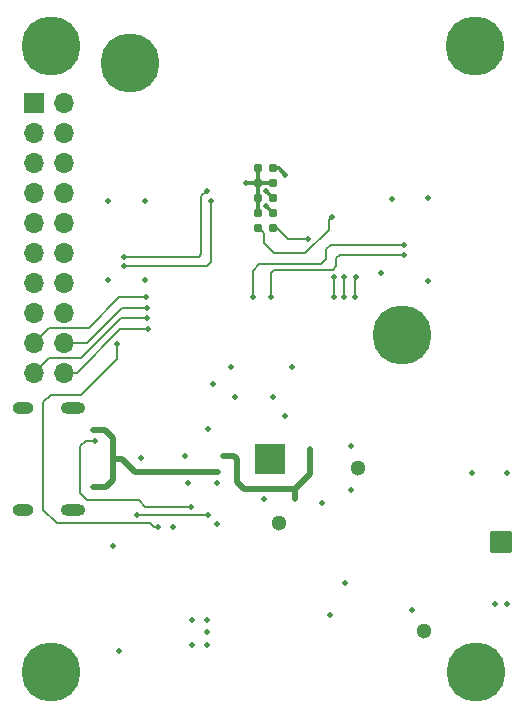
<source format=gbr>
%TF.GenerationSoftware,KiCad,Pcbnew,8.0.9-8.0.9-0~ubuntu24.04.1*%
%TF.CreationDate,2025-04-21T09:58:39+02:00*%
%TF.ProjectId,Sensor_Node_Base_V1.0,53656e73-6f72-45f4-9e6f-64655f426173,rev?*%
%TF.SameCoordinates,Original*%
%TF.FileFunction,Copper,L4,Bot*%
%TF.FilePolarity,Positive*%
%FSLAX46Y46*%
G04 Gerber Fmt 4.6, Leading zero omitted, Abs format (unit mm)*
G04 Created by KiCad (PCBNEW 8.0.9-8.0.9-0~ubuntu24.04.1) date 2025-04-21 09:58:39*
%MOMM*%
%LPD*%
G01*
G04 APERTURE LIST*
G04 Aperture macros list*
%AMRoundRect*
0 Rectangle with rounded corners*
0 $1 Rounding radius*
0 $2 $3 $4 $5 $6 $7 $8 $9 X,Y pos of 4 corners*
0 Add a 4 corners polygon primitive as box body*
4,1,4,$2,$3,$4,$5,$6,$7,$8,$9,$2,$3,0*
0 Add four circle primitives for the rounded corners*
1,1,$1+$1,$2,$3*
1,1,$1+$1,$4,$5*
1,1,$1+$1,$6,$7*
1,1,$1+$1,$8,$9*
0 Add four rect primitives between the rounded corners*
20,1,$1+$1,$2,$3,$4,$5,0*
20,1,$1+$1,$4,$5,$6,$7,0*
20,1,$1+$1,$6,$7,$8,$9,0*
20,1,$1+$1,$8,$9,$2,$3,0*%
G04 Aperture macros list end*
%TA.AperFunction,HeatsinkPad*%
%ADD10C,0.500000*%
%TD*%
%TA.AperFunction,HeatsinkPad*%
%ADD11R,2.500000X2.500000*%
%TD*%
%TA.AperFunction,ComponentPad*%
%ADD12R,1.700000X1.700000*%
%TD*%
%TA.AperFunction,ComponentPad*%
%ADD13O,1.700000X1.700000*%
%TD*%
%TA.AperFunction,ComponentPad*%
%ADD14C,0.800000*%
%TD*%
%TA.AperFunction,ComponentPad*%
%ADD15C,5.000000*%
%TD*%
%TA.AperFunction,ComponentPad*%
%ADD16O,2.100000X1.000000*%
%TD*%
%TA.AperFunction,ComponentPad*%
%ADD17O,1.800000X1.000000*%
%TD*%
%TA.AperFunction,ComponentPad*%
%ADD18C,1.300000*%
%TD*%
%TA.AperFunction,ComponentPad*%
%ADD19C,0.400000*%
%TD*%
%TA.AperFunction,SMDPad,CuDef*%
%ADD20RoundRect,0.054000X0.846000X0.846000X-0.846000X0.846000X-0.846000X-0.846000X0.846000X-0.846000X0*%
%TD*%
%TA.AperFunction,SMDPad,CuDef*%
%ADD21C,0.787400*%
%TD*%
%TA.AperFunction,ViaPad*%
%ADD22C,0.500000*%
%TD*%
%TA.AperFunction,Conductor*%
%ADD23C,0.300000*%
%TD*%
%TA.AperFunction,Conductor*%
%ADD24C,0.500000*%
%TD*%
%TA.AperFunction,Conductor*%
%ADD25C,0.200000*%
%TD*%
%TA.AperFunction,Conductor*%
%ADD26C,0.150000*%
%TD*%
G04 APERTURE END LIST*
D10*
%TO.P,IC302,33,AVSS*%
%TO.N,GND*%
X144680000Y-117810000D03*
X144680000Y-116810000D03*
X144680000Y-115810000D03*
X143680000Y-117810000D03*
X143680000Y-116810000D03*
D11*
X143680000Y-116810000D03*
D10*
X143680000Y-115810000D03*
X142680000Y-117810000D03*
X142680000Y-116810000D03*
X142680000Y-115810000D03*
%TD*%
D12*
%TO.P,J201,1,Pin_1*%
%TO.N,P1.08*%
X123700000Y-86610000D03*
D13*
%TO.P,J201,2,Pin_2*%
%TO.N,P0.30*%
X126240000Y-86610000D03*
%TO.P,J201,3,Pin_3*%
%TO.N,P0.28*%
X123700000Y-89150000D03*
%TO.P,J201,4,Pin_4*%
%TO.N,P0.03*%
X126240000Y-89150000D03*
%TO.P,J201,5,Pin_5*%
%TO.N,P1.14*%
X123700000Y-91690000D03*
%TO.P,J201,6,Pin_6*%
%TO.N,P1.12*%
X126240000Y-91690000D03*
%TO.P,J201,7,Pin_7*%
%TO.N,P1.11*%
X123700000Y-94230000D03*
%TO.P,J201,8,Pin_8*%
%TO.N,P0.10*%
X126240000Y-94230000D03*
%TO.P,J201,9,Pin_9*%
%TO.N,P1.10*%
X123700000Y-96770000D03*
%TO.P,J201,10,Pin_10*%
%TO.N,P1.13*%
X126240000Y-96770000D03*
%TO.P,J201,11,Pin_11*%
%TO.N,P1.15*%
X123700000Y-99310000D03*
%TO.P,J201,12,Pin_12*%
%TO.N,P0.29*%
X126240000Y-99310000D03*
%TO.P,J201,13,Pin_13*%
%TO.N,P0.31*%
X123700000Y-101850000D03*
%TO.P,J201,14,Pin_14*%
%TO.N,P0.00*%
X126240000Y-101850000D03*
%TO.P,J201,15,Pin_15*%
%TO.N,P0.01*%
X123700000Y-104390000D03*
%TO.P,J201,16,Pin_16*%
%TO.N,P0.26*%
X126240000Y-104390000D03*
%TO.P,J201,17,Pin_17*%
%TO.N,P0.11*%
X123700000Y-106930000D03*
%TO.P,J201,18,Pin_18*%
%TO.N,P0.27*%
X126240000Y-106930000D03*
%TO.P,J201,19,Pin_19*%
%TO.N,P0.05*%
X123700000Y-109470000D03*
%TO.P,J201,20,Pin_20*%
%TO.N,P0.06*%
X126240000Y-109470000D03*
%TD*%
D14*
%TO.P,MH103,1*%
%TO.N,GND*%
X159155000Y-81855825D03*
X159704175Y-80530000D03*
X159704175Y-83181650D03*
X161030000Y-79980825D03*
D15*
X161030000Y-81855825D03*
D14*
X161030000Y-83730825D03*
X162355825Y-80530000D03*
X162355825Y-83181650D03*
X162905000Y-81855825D03*
%TD*%
%TO.P,MH101,1*%
%TO.N,GND*%
X123245000Y-81865825D03*
X123794175Y-80540000D03*
X123794175Y-83191650D03*
X125120000Y-79990825D03*
D15*
X125120000Y-81865825D03*
D14*
X125120000Y-83740825D03*
X126445825Y-80540000D03*
X126445825Y-83191650D03*
X126995000Y-81865825D03*
%TD*%
D16*
%TO.P,CON101,S1,SHIELD*%
%TO.N,GND*%
X126950000Y-112460000D03*
D17*
X122750000Y-112460000D03*
D16*
X126950000Y-121100000D03*
D17*
X122750000Y-121100000D03*
%TD*%
D18*
%TO.P,TP309,1,1*%
%TO.N,/MCU/+1.8V_LS1*%
X144390000Y-122230000D03*
%TD*%
%TO.P,TP308,1,1*%
%TO.N,/MCU/+1.8V_VDD_nRF*%
X151130000Y-117560000D03*
%TD*%
D14*
%TO.P,MH102,1*%
%TO.N,GND*%
X159245000Y-134855825D03*
X159794175Y-133530000D03*
X159794175Y-136181650D03*
X161120000Y-132980825D03*
D15*
X161120000Y-134855825D03*
D14*
X161120000Y-136730825D03*
X162445825Y-133530000D03*
X162445825Y-136181650D03*
X162995000Y-134855825D03*
%TD*%
D19*
%TO.P,IC202,5,THPAD*%
%TO.N,unconnected-(IC202-THPAD-Pad5)_3*%
X163500000Y-123850000D03*
D20*
X163200000Y-123850000D03*
D19*
X162900000Y-123850000D03*
%TD*%
D18*
%TO.P,TP303,1,1*%
%TO.N,GND*%
X156710000Y-131380000D03*
%TD*%
D14*
%TO.P,M201,2,GND*%
%TO.N,GND*%
X129915000Y-83270000D03*
X130464175Y-81944175D03*
X130464175Y-84595825D03*
X131790000Y-81395000D03*
D15*
X131790000Y-83270000D03*
D14*
X131790000Y-85145000D03*
X133115825Y-81944175D03*
X133115825Y-84595825D03*
X133665000Y-83270000D03*
X152915000Y-106270000D03*
X153464175Y-104944175D03*
X153464175Y-107595825D03*
X154790000Y-104395000D03*
D15*
X154790000Y-106270000D03*
D14*
X154790000Y-108145000D03*
X156115825Y-104944175D03*
X156115825Y-107595825D03*
X156665000Y-106270000D03*
D21*
%TO.P,M201,61,VDD*%
%TO.N,/MCU/+1.8V_VDD_nRF*%
X143925000Y-92150000D03*
%TO.P,M201,62,GND*%
%TO.N,GND*%
X143925000Y-93420000D03*
%TO.P,M201,63,U_RX*%
%TO.N,NRF_UART_RX*%
X143925000Y-94690000D03*
%TO.P,M201,64,U_TX*%
%TO.N,NRF_UART_TX*%
X143925000Y-95960000D03*
%TO.P,M201,65,SWDIO*%
%TO.N,NRF_SWDIO*%
X143925000Y-97230000D03*
%TO.P,M201,66,SWCLK*%
%TO.N,NRF_SWCLK*%
X142655000Y-97230000D03*
%TO.P,M201,67,NC*%
%TO.N,GND*%
X142655000Y-95960000D03*
%TO.P,M201,68,NC*%
X142655000Y-94690000D03*
%TO.P,M201,69,GND*%
X142655000Y-93420000D03*
%TO.P,M201,70,GND*%
X142655000Y-92150000D03*
%TD*%
D14*
%TO.P,MH104,1*%
%TO.N,GND*%
X123245000Y-134855825D03*
X123794175Y-133530000D03*
X123794175Y-136181650D03*
X125120000Y-132980825D03*
D15*
X125120000Y-134855825D03*
D14*
X125120000Y-136730825D03*
X126445825Y-133530000D03*
X126445825Y-136181650D03*
X126995000Y-134855825D03*
%TD*%
D22*
%TO.N,/MCU/+1.8V_LS1*%
X160750000Y-118000000D03*
X162720000Y-129070000D03*
X163720000Y-118000000D03*
%TO.N,GND*%
X136480000Y-116560000D03*
X153950000Y-94820000D03*
X130330000Y-124120000D03*
X141640000Y-93410000D03*
X138320000Y-130400000D03*
X150480000Y-119460000D03*
X138320000Y-131460000D03*
X133030000Y-101620000D03*
X132700000Y-116750000D03*
X163680000Y-129060000D03*
X137090000Y-132560000D03*
X129950000Y-94910000D03*
X135430000Y-122530000D03*
X130840000Y-133040000D03*
X137090000Y-130400000D03*
X138420000Y-114280000D03*
X148730500Y-129985000D03*
X144890000Y-113190000D03*
X136750000Y-118860000D03*
X138320000Y-132560000D03*
X157030000Y-101760000D03*
X150480000Y-115660000D03*
X138850000Y-110450000D03*
X140680000Y-111570000D03*
%TO.N,/POWER/+5V_VBUSIN*%
X128670000Y-119180000D03*
X130320000Y-116760000D03*
X139250000Y-117860000D03*
X128670000Y-114380000D03*
%TO.N,/MCU/+1.8V_VDD_nRF*%
X144950000Y-92720000D03*
X148080000Y-120490000D03*
X133030000Y-94920000D03*
X145510000Y-108980000D03*
X143930000Y-111560000D03*
X143130000Y-120210000D03*
X129950000Y-101610000D03*
X149990000Y-127260000D03*
X155680000Y-129560000D03*
X157030000Y-94730000D03*
X140340000Y-109000000D03*
X153050000Y-101070000D03*
%TO.N,/POWER/VSYS*%
X145780000Y-120160000D03*
X147080000Y-116660000D03*
X139660000Y-116560000D03*
X147080000Y-115960000D03*
%TO.N,/POWER/CC2*%
X132370000Y-121520000D03*
X138380000Y-121520000D03*
%TO.N,/POWER/CC1*%
X128850000Y-115250000D03*
X136960000Y-120830000D03*
%TO.N,NRF_SWCLK*%
X148920000Y-96270000D03*
%TO.N,NRF_SWDIO*%
X146850000Y-98136450D03*
%TO.N,NRF_UART_TX*%
X131300000Y-100480000D03*
X138700000Y-94920000D03*
X143300000Y-95340000D03*
%TO.N,NRF_UART_RX*%
X143310000Y-94080000D03*
X138310000Y-94080000D03*
X131280000Y-99670000D03*
%TO.N,/MCU/LS1_CTRL*%
X149050000Y-103090000D03*
X149050000Y-101360000D03*
%TO.N,/MCU/NRF_PMIC_SDA*%
X143770000Y-103040000D03*
X154960000Y-99520000D03*
%TO.N,/MCU/NRF_PMIC_SCL*%
X142190000Y-103090000D03*
X154960000Y-98670000D03*
%TO.N,/MCU/NRF_PMIC_INT*%
X149900000Y-101360000D03*
X149900000Y-103090000D03*
%TO.N,P0.27*%
X133220000Y-103970000D03*
%TO.N,P0.06*%
X133290000Y-105780000D03*
%TO.N,P0.11*%
X133130000Y-103090000D03*
%TO.N,P0.05*%
X133270000Y-104820000D03*
%TO.N,/MCU/+5V_VBUS*%
X139190000Y-118860000D03*
X139190000Y-122270000D03*
%TO.N,/MCU/NRF_PMIC_RST*%
X150890000Y-103090000D03*
X150900000Y-101370000D03*
%TO.N,P0.04*%
X130670000Y-107060000D03*
X134190000Y-122530000D03*
%TD*%
D23*
%TO.N,GND*%
X142655000Y-93420000D02*
X141650000Y-93420000D01*
X143925000Y-93420000D02*
X142655000Y-93420000D01*
X142655000Y-92150000D02*
X142655000Y-95960000D01*
X141650000Y-93420000D02*
X141640000Y-93410000D01*
D24*
%TO.N,/POWER/+5V_VBUSIN*%
X130320000Y-118590000D02*
X130320000Y-116760000D01*
X129730000Y-119180000D02*
X130320000Y-118590000D01*
X130320000Y-116760000D02*
X131110000Y-116760000D01*
X131110000Y-116760000D02*
X132210000Y-117860000D01*
X128670000Y-119180000D02*
X129730000Y-119180000D01*
X132210000Y-117860000D02*
X139250000Y-117860000D01*
X129700000Y-114380000D02*
X128670000Y-114380000D01*
X130320000Y-116760000D02*
X130320000Y-115000000D01*
X130320000Y-115000000D02*
X129700000Y-114380000D01*
D23*
%TO.N,/MCU/+1.8V_VDD_nRF*%
X143925000Y-92150000D02*
X144380000Y-92150000D01*
X144380000Y-92150000D02*
X144950000Y-92720000D01*
D24*
%TO.N,/POWER/VSYS*%
X147080000Y-118060000D02*
X147080000Y-117410000D01*
X140900000Y-118780000D02*
X141450000Y-119330000D01*
X147080000Y-117410000D02*
X147080000Y-115960000D01*
X140630000Y-116560000D02*
X140900000Y-116830000D01*
X147080000Y-117410000D02*
X147080000Y-116660000D01*
X140900000Y-116830000D02*
X140900000Y-118780000D01*
X139660000Y-116560000D02*
X140630000Y-116560000D01*
X145780000Y-119330000D02*
X145780000Y-120160000D01*
X145810000Y-119330000D02*
X147080000Y-118060000D01*
X141450000Y-119330000D02*
X145810000Y-119330000D01*
D25*
%TO.N,/POWER/CC2*%
X132370000Y-121520000D02*
X138380000Y-121520000D01*
%TO.N,/POWER/CC1*%
X127600000Y-115700000D02*
X128050000Y-115250000D01*
X136960000Y-120830000D02*
X133090000Y-120830000D01*
X132560000Y-120300000D02*
X128190000Y-120300000D01*
X128050000Y-115250000D02*
X128850000Y-115250000D01*
X128190000Y-120300000D02*
X127600000Y-119710000D01*
X127600000Y-119710000D02*
X127600000Y-115700000D01*
X133090000Y-120830000D02*
X132560000Y-120300000D01*
%TO.N,NRF_SWCLK*%
X146650000Y-99390000D02*
X148660000Y-97380000D01*
X142655000Y-97230000D02*
X143124300Y-97699300D01*
X143124300Y-98520392D02*
X143993908Y-99390000D01*
X148660000Y-96530000D02*
X148920000Y-96270000D01*
X148660000Y-97380000D02*
X148660000Y-96530000D01*
X143124300Y-97699300D02*
X143124300Y-98520392D01*
X143993908Y-99390000D02*
X146650000Y-99390000D01*
%TO.N,NRF_SWDIO*%
X145191511Y-98136450D02*
X144285061Y-97230000D01*
X144285061Y-97230000D02*
X143925000Y-97230000D01*
X146850000Y-98136450D02*
X145191511Y-98136450D01*
D23*
%TO.N,NRF_UART_TX*%
X143920000Y-95960000D02*
X143300000Y-95340000D01*
D26*
X138700000Y-94920000D02*
X138700000Y-100130000D01*
X138350000Y-100480000D02*
X131300000Y-100480000D01*
X138700000Y-100130000D02*
X138350000Y-100480000D01*
D23*
X143925000Y-95960000D02*
X143920000Y-95960000D01*
D26*
%TO.N,NRF_UART_RX*%
X138310000Y-94080000D02*
X137830000Y-94560000D01*
X137830000Y-94560000D02*
X137830000Y-99440000D01*
D23*
X143925000Y-94690000D02*
X143920000Y-94690000D01*
X143920000Y-94690000D02*
X143310000Y-94080000D01*
D26*
X137600000Y-99670000D02*
X131280000Y-99670000D01*
X137830000Y-99440000D02*
X137600000Y-99670000D01*
D25*
%TO.N,/MCU/LS1_CTRL*%
X149050000Y-101580000D02*
X149050000Y-101360000D01*
X149050000Y-103090000D02*
X149050000Y-101580000D01*
%TO.N,/MCU/NRF_PMIC_SDA*%
X149280000Y-99780000D02*
X149540000Y-99520000D01*
X148950000Y-100780000D02*
X149280000Y-100450000D01*
X149280000Y-100450000D02*
X149280000Y-99780000D01*
X143770000Y-103040000D02*
X143770000Y-101010000D01*
X144000000Y-100780000D02*
X148950000Y-100780000D01*
X143770000Y-101010000D02*
X144000000Y-100780000D01*
X149540000Y-99520000D02*
X154960000Y-99520000D01*
%TO.N,/MCU/NRF_PMIC_SCL*%
X148780000Y-98670000D02*
X148410000Y-99040000D01*
X147990000Y-100280000D02*
X142760000Y-100280000D01*
X154960000Y-98670000D02*
X148780000Y-98670000D01*
X142760000Y-100280000D02*
X142190000Y-100850000D01*
X142190000Y-100850000D02*
X142190000Y-103090000D01*
X148410000Y-99040000D02*
X148410000Y-99860000D01*
X148410000Y-99860000D02*
X147990000Y-100280000D01*
%TO.N,/MCU/NRF_PMIC_INT*%
X149900000Y-103090000D02*
X149900000Y-101520000D01*
X149900000Y-101520000D02*
X149900000Y-101360000D01*
D26*
%TO.N,P0.27*%
X128130000Y-106930000D02*
X126240000Y-106930000D01*
X131090000Y-103970000D02*
X128130000Y-106930000D01*
X133220000Y-103970000D02*
X131090000Y-103970000D01*
%TO.N,P0.06*%
X133290000Y-105780000D02*
X130980000Y-105780000D01*
X130980000Y-105780000D02*
X127290000Y-109470000D01*
X127290000Y-109470000D02*
X126240000Y-109470000D01*
%TO.N,P0.11*%
X130910000Y-103090000D02*
X128340000Y-105660000D01*
X128340000Y-105660000D02*
X124970000Y-105660000D01*
X124970000Y-105660000D02*
X123700000Y-106930000D01*
X133130000Y-103090000D02*
X130910000Y-103090000D01*
%TO.N,P0.05*%
X131050000Y-104820000D02*
X127670000Y-108200000D01*
X127670000Y-108200000D02*
X124970000Y-108200000D01*
X124970000Y-108200000D02*
X123700000Y-109470000D01*
X133270000Y-104820000D02*
X131050000Y-104820000D01*
D25*
%TO.N,/MCU/NRF_PMIC_RST*%
X150890000Y-103090000D02*
X150890000Y-101380000D01*
X150890000Y-101380000D02*
X150900000Y-101370000D01*
%TO.N,P0.04*%
X125110000Y-111340000D02*
X124470000Y-111980000D01*
X130670000Y-107060000D02*
X130670000Y-108350000D01*
X125580000Y-122220000D02*
X133510000Y-122220000D01*
X124470000Y-111980000D02*
X124470000Y-121110000D01*
X133820000Y-122530000D02*
X134190000Y-122530000D01*
X133510000Y-122220000D02*
X133820000Y-122530000D01*
X124470000Y-121110000D02*
X125580000Y-122220000D01*
X127680000Y-111340000D02*
X125110000Y-111340000D01*
X130670000Y-108350000D02*
X127680000Y-111340000D01*
%TD*%
M02*

</source>
